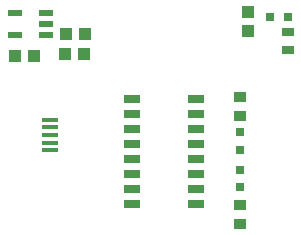
<source format=gtp>
G04*
G04 #@! TF.GenerationSoftware,Altium Limited,Altium Designer,20.2.6 (244)*
G04*
G04 Layer_Color=8421504*
%FSLAX25Y25*%
%MOIN*%
G70*
G04*
G04 #@! TF.SameCoordinates,3022D20F-0E7D-494E-A21C-2806337C0760*
G04*
G04*
G04 #@! TF.FilePolarity,Positive*
G04*
G01*
G75*
%ADD17R,0.05512X0.01575*%
%ADD18R,0.05709X0.02559*%
%ADD19R,0.05118X0.02362*%
%ADD20R,0.03937X0.03150*%
%ADD21R,0.03937X0.03543*%
%ADD22R,0.03150X0.03150*%
%ADD23R,0.03150X0.03150*%
%ADD24R,0.03937X0.03937*%
%ADD25R,0.03937X0.03937*%
D17*
X17000Y55118D02*
D03*
Y52559D02*
D03*
Y50000D02*
D03*
Y47441D02*
D03*
Y44882D02*
D03*
D18*
X44272Y62000D02*
D03*
Y57000D02*
D03*
Y52000D02*
D03*
Y47000D02*
D03*
Y42000D02*
D03*
Y37000D02*
D03*
Y32000D02*
D03*
Y27000D02*
D03*
X65728Y62000D02*
D03*
Y57000D02*
D03*
Y52000D02*
D03*
Y47000D02*
D03*
Y42000D02*
D03*
Y37000D02*
D03*
Y32000D02*
D03*
Y27000D02*
D03*
D19*
X15618Y83260D02*
D03*
Y87000D02*
D03*
Y90740D02*
D03*
X5382D02*
D03*
Y83260D02*
D03*
D20*
X96500Y84405D02*
D03*
Y78500D02*
D03*
D21*
X80500Y26650D02*
D03*
Y20350D02*
D03*
Y62650D02*
D03*
Y56350D02*
D03*
D22*
X96453Y89500D02*
D03*
X90547D02*
D03*
D23*
X80500Y38453D02*
D03*
Y32547D02*
D03*
Y45047D02*
D03*
Y50953D02*
D03*
D24*
X11650Y76500D02*
D03*
X5350D02*
D03*
X28650Y83650D02*
D03*
X22350D02*
D03*
X28500Y77000D02*
D03*
X22201D02*
D03*
D25*
X83000Y91150D02*
D03*
Y84850D02*
D03*
M02*

</source>
